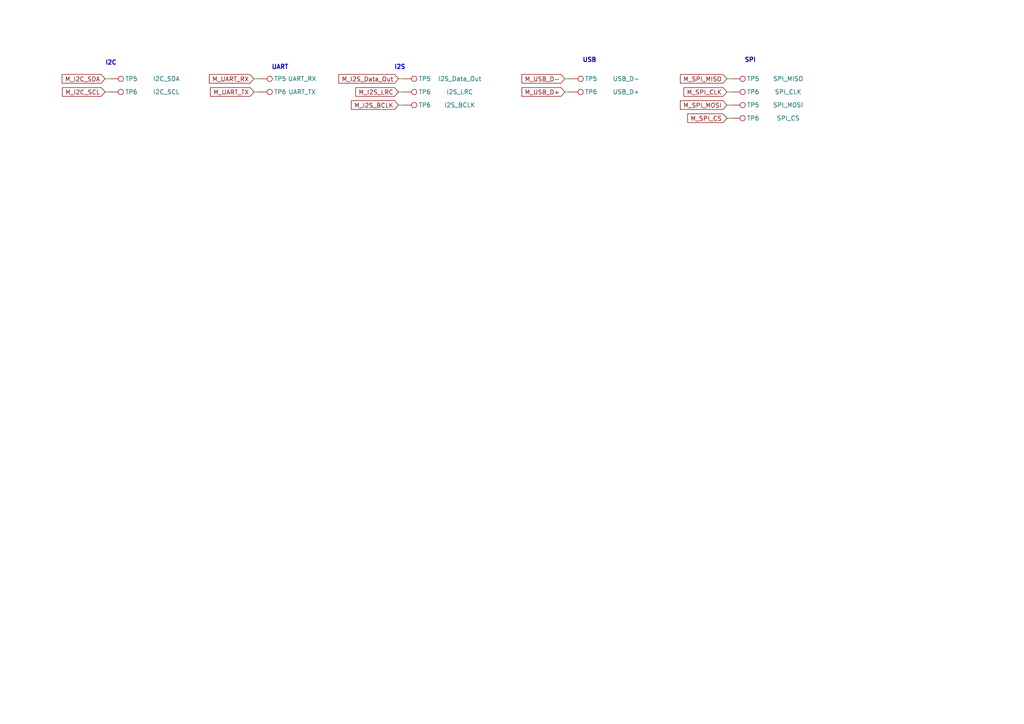
<source format=kicad_sch>
(kicad_sch (version 20230121) (generator eeschema)
  (paper "A4")
  (title_block (title "BoardLock Schematic") (rev "Rev1") (company "Schetmatic"))
  (lib_symbols
    (symbol "Connector:TestPoint" (pin_numbers hide) (pin_names (offset 0.762) hide)
      (property "Reference" "TP" (at 0 6.858 0))
      (property "Value" "TestPoint" (at 0 5.08 0))
      (symbol "TestPoint_0_1"
        (circle (center 0 3.302) (radius 0.762))
      )
      (symbol "TestPoint_1_1"
        (pin passive line (at 0 0 90) (length 2.54) (name "1") (number "1"))
      )
    )
  )
  (wire (pts (xy 74.93 26.67) (xy 73.66 26.67)))
  (wire (pts (xy 115.57 30.48) (xy 116.84 30.48)))
  (wire (pts (xy 163.83 22.86) (xy 165.1 22.86)))
  (wire (pts (xy 30.48 26.67) (xy 31.75 26.67)))
  (wire (pts (xy 210.82 30.48) (xy 212.09 30.48)))
  (wire (pts (xy 163.83 26.67) (xy 165.1 26.67)))
  (wire (pts (xy 210.82 34.29) (xy 212.09 34.29)))
  (wire (pts (xy 30.48 22.86) (xy 31.75 22.86)))
  (wire (pts (xy 115.57 22.86) (xy 116.84 22.86)))
  (wire (pts (xy 210.82 22.86) (xy 212.09 22.86)))
  (wire (pts (xy 115.57 26.67) (xy 116.84 26.67)))
  (wire (pts (xy 210.82 26.67) (xy 212.09 26.67)))
  (wire (pts (xy 74.93 22.86) (xy 73.66 22.86)))
  (text "I2S\n" (at 114.3 20.32 0) (effects (font (size 1.27 1.27) (thickness 0.254) bold) (justify left bottom)))
  (text "USB\n\n" (at 168.91 20.32 0) (effects (font (size 1.27 1.27) (thickness 0.254) bold) (justify left bottom)))
  (text "UART\n" (at 78.74 20.32 0) (effects (font (size 1.27 1.27) (thickness 0.254) bold) (justify left bottom)))
  (text "SPI\n\n" (at 215.9 20.32 0) (effects (font (size 1.27 1.27) (thickness 0.254) bold) (justify left bottom)))
  (text "I2C\n" (at 30.48 19.05 0) (effects (font (size 1.27 1.27) (thickness 0.254) bold) (justify left bottom)))
  (global_label "M_I2S_BCLK" (shape input) (at 115.57 30.48 180) (property "Intersheetrefs" "${INTERSHEET_REFS}" (effects hide)))
  (global_label "M_SPI_CLK" (shape input) (at 210.82 26.67 180) (property "Intersheetrefs" "${INTERSHEET_REFS}" (effects hide)))
  (global_label "M_I2C_SCL" (shape input) (at 30.48 26.67 180) (property "Intersheetrefs" "${INTERSHEET_REFS}" (effects hide)))
  (global_label "M_USB_D+" (shape input) (at 163.83 26.67 180) (property "Intersheetrefs" "${INTERSHEET_REFS}" (effects hide)))
  (global_label "M_I2C_SDA" (shape input) (at 30.48 22.86 180) (property "Intersheetrefs" "${INTERSHEET_REFS}" (effects hide)))
  (global_label "M_I2S_Data_Out" (shape input) (at 115.57 22.86 180) (property "Intersheetrefs" "${INTERSHEET_REFS}" (effects hide)))
  (global_label "M_SPI_CS" (shape input) (at 210.82 34.29 180) (property "Intersheetrefs" "${INTERSHEET_REFS}" (effects hide)))
  (global_label "M_SPI_MOSI" (shape input) (at 210.82 30.48 180) (property "Intersheetrefs" "${INTERSHEET_REFS}" (effects hide)))
  (global_label "M_I2S_LRC" (shape input) (at 115.57 26.67 180) (property "Intersheetrefs" "${INTERSHEET_REFS}" (effects hide)))
  (global_label "M_UART_RX" (shape input) (at 73.66 22.86 180) (property "Intersheetrefs" "${INTERSHEET_REFS}" (effects hide)))
  (global_label "M_SPI_MISO" (shape input) (at 210.82 22.86 180) (property "Intersheetrefs" "${INTERSHEET_REFS}" (effects hide)))
  (global_label "M_UART_TX" (shape input) (at 73.66 26.67 180) (property "Intersheetrefs" "${INTERSHEET_REFS}" (effects hide)))
  (global_label "M_USB_D-" (shape input) (at 163.83 22.86 180) (property "Intersheetrefs" "${INTERSHEET_REFS}" (effects hide)))
  (symbol (lib_id "Connector:TestPoint") (at 212.09 26.67 270) (unit 1)
    (property "Reference" "TP6" (at 218.44 26.67 90))
    (property "Value" "SPI_CLK" (at 228.6 26.67 90))
    (instances (project "boardlock" (path "" (reference "TP6") (unit 1)) (path "" (reference "TP18") (unit 1))))
  )
  (symbol (lib_id "Connector:TestPoint") (at 31.75 26.67 270) (unit 1)
    (property "Reference" "TP6" (at 38.1 26.67 90))
    (property "Value" "I2C_SCL" (at 48.26 26.67 90))
  )
  (symbol (lib_id "Connector:TestPoint") (at 165.1 26.67 270) (unit 1)
    (property "Reference" "TP6" (at 171.45 26.67 90))
    (property "Value" "USB_D+" (at 181.61 26.67 90))
    (instances (project "boardlock" (path "" (reference "TP6") (unit 1)) (path "" (reference "TP14") (unit 1))))
  )
  (symbol (lib_id "Connector:TestPoint") (at 212.09 34.29 270) (unit 1)
    (property "Reference" "TP6" (at 218.44 34.29 90))
    (property "Value" "SPI_CS" (at 228.6 34.29 90))
    (instances (project "boardlock" (path "" (reference "TP6") (unit 1)) (path "" (reference "TP20") (unit 1))))
  )
  (symbol (lib_id "Connector:TestPoint") (at 31.75 22.86 270) (unit 1)
    (property "Reference" "TP5" (at 38.1 22.86 90))
    (property "Value" "I2C_SDA" (at 48.26 22.86 90))
  )
  (symbol (lib_id "Connector:TestPoint") (at 116.84 30.48 270) (unit 1)
    (property "Reference" "TP6" (at 123.19 30.48 90))
    (property "Value" "I2S_BCLK" (at 133.35 30.48 90))
    (instances (project "boardlock" (path "" (reference "TP6") (unit 1)) (path "" (reference "TP12") (unit 1))))
  )
  (symbol (lib_id "Connector:TestPoint") (at 74.93 26.67 270) (unit 1)
    (property "Reference" "TP6" (at 81.28 26.67 90))
    (property "Value" "UART_TX" (at 87.63 26.67 90))
    (instances (project "boardlock" (path "" (reference "TP6") (unit 1)) (path "" (reference "TP8") (unit 1))))
  )
  (symbol (lib_id "Connector:TestPoint") (at 116.84 22.86 270) (unit 1)
    (property "Reference" "TP5" (at 123.19 22.86 90))
    (property "Value" "I2S_Data_Out" (at 133.35 22.86 90))
    (instances (project "boardlock" (path "" (reference "TP5") (unit 1)) (path "" (reference "TP10") (unit 1))))
  )
  (symbol (lib_id "Connector:TestPoint") (at 212.09 22.86 270) (unit 1)
    (property "Reference" "TP5" (at 218.44 22.86 90))
    (property "Value" "SPI_MISO" (at 228.6 22.86 90))
    (instances (project "boardlock" (path "" (reference "TP5") (unit 1)) (path "" (reference "TP17") (unit 1))))
  )
  (symbol (lib_id "Connector:TestPoint") (at 74.93 22.86 270) (unit 1)
    (property "Reference" "TP5" (at 81.28 22.86 90))
    (property "Value" "UART_RX" (at 87.63 22.86 90))
    (instances (project "boardlock" (path "" (reference "TP5") (unit 1)) (path "" (reference "TP7") (unit 1))))
  )
  (symbol (lib_id "Connector:TestPoint") (at 116.84 26.67 270) (unit 1)
    (property "Reference" "TP6" (at 123.19 26.67 90))
    (property "Value" "I2S_LRC" (at 133.35 26.67 90))
    (instances (project "boardlock" (path "" (reference "TP6") (unit 1)) (path "" (reference "TP11") (unit 1))))
  )
  (symbol (lib_id "Connector:TestPoint") (at 165.1 22.86 270) (unit 1)
    (property "Reference" "TP5" (at 171.45 22.86 90))
    (property "Value" "USB_D-" (at 181.61 22.86 90))
    (instances (project "boardlock" (path "" (reference "TP5") (unit 1)) (path "" (reference "TP13") (unit 1))))
  )
  (symbol (lib_id "Connector:TestPoint") (at 212.09 30.48 270) (unit 1)
    (property "Reference" "TP5" (at 218.44 30.48 90))
    (property "Value" "SPI_MOSI" (at 228.6 30.48 90))
    (instances (project "boardlock" (path "" (reference "TP5") (unit 1)) (path "" (reference "TP19") (unit 1))))
  )
)
</source>
